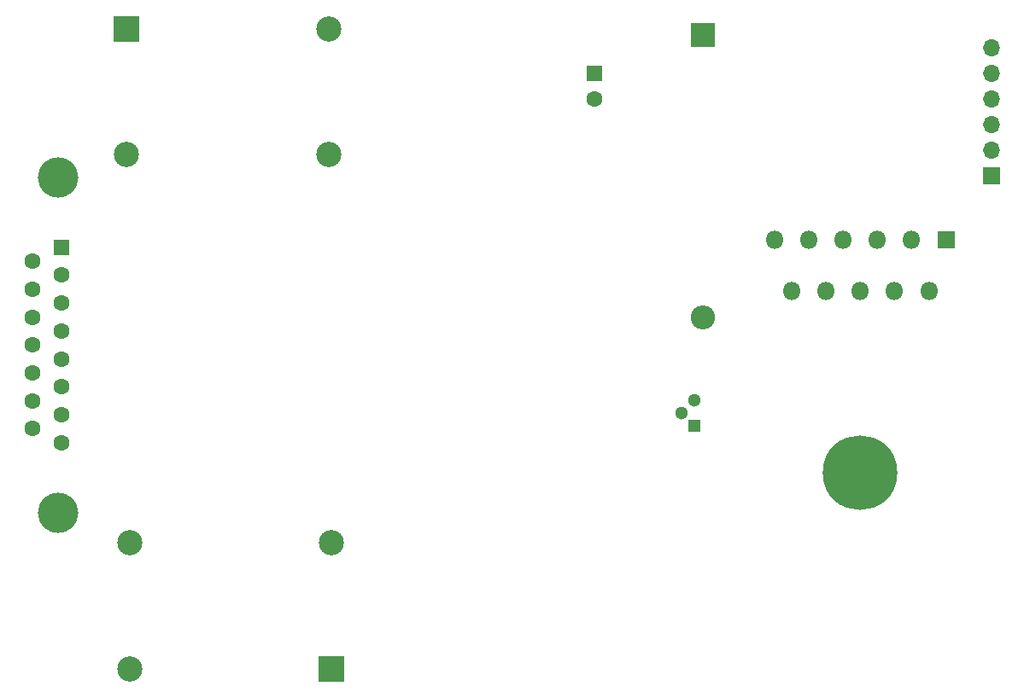
<source format=gbr>
G04 #@! TF.GenerationSoftware,KiCad,Pcbnew,(5.0.0-rc2-dev-444-g2974a2c10)*
G04 #@! TF.CreationDate,2018-05-07T15:04:31+02:00*
G04 #@! TF.ProjectId,TrackAmplifier,547261636B416D706C69666965722E6B,rev?*
G04 #@! TF.SameCoordinates,Original*
G04 #@! TF.FileFunction,Copper,L2,Bot,Signal*
G04 #@! TF.FilePolarity,Positive*
%FSLAX46Y46*%
G04 Gerber Fmt 4.6, Leading zero omitted, Abs format (unit mm)*
G04 Created by KiCad (PCBNEW (5.0.0-rc2-dev-444-g2974a2c10)) date 05/07/18 15:04:31*
%MOMM*%
%LPD*%
G01*
G04 APERTURE LIST*
%ADD10R,1.600000X1.600000*%
%ADD11C,1.600000*%
%ADD12C,4.000000*%
%ADD13C,2.500000*%
%ADD14R,2.500000X2.500000*%
%ADD15R,2.400000X2.400000*%
%ADD16O,2.400000X2.400000*%
%ADD17C,1.300000*%
%ADD18R,1.300000X1.300000*%
%ADD19C,7.400000*%
%ADD20C,0.800000*%
%ADD21R,1.800000X1.800000*%
%ADD22O,1.800000X1.800000*%
%ADD23R,1.700000X1.700000*%
%ADD24O,1.700000X1.700000*%
G04 APERTURE END LIST*
D10*
X110960000Y-57770000D03*
D11*
X110960000Y-60270000D03*
D10*
X58100000Y-75000000D03*
D11*
X58100000Y-77770000D03*
X58100000Y-80540000D03*
X58100000Y-83310000D03*
X58100000Y-86080000D03*
X58100000Y-88850000D03*
X58100000Y-91620000D03*
X58100000Y-94390000D03*
X55260000Y-76385000D03*
X55260000Y-79155000D03*
X55260000Y-81925000D03*
X55260000Y-84695000D03*
X55260000Y-87465000D03*
X55260000Y-90235000D03*
X55260000Y-93005000D03*
D12*
X57800000Y-68045000D03*
X57800000Y-101345000D03*
D13*
X64925000Y-104325000D03*
X84925000Y-104325000D03*
X64925000Y-116825000D03*
D14*
X84925000Y-116825000D03*
D15*
X121755000Y-53960000D03*
D16*
X121755000Y-81960000D03*
D17*
X119596000Y-91425000D03*
X120866000Y-90155000D03*
D18*
X120866000Y-92695000D03*
D13*
X84605000Y-65825000D03*
X64605000Y-65825000D03*
X84605000Y-53325000D03*
D14*
X64605000Y-53325000D03*
D19*
X137317013Y-97367015D03*
D20*
X134542013Y-97367015D03*
X135354792Y-95404794D03*
X137317013Y-94592015D03*
X139279234Y-95404794D03*
X140092013Y-97367015D03*
X139279234Y-99329236D03*
X137317013Y-100142015D03*
X135354792Y-99329236D03*
D21*
X145817013Y-74280000D03*
D22*
X144117013Y-79360000D03*
X142417013Y-74280000D03*
X140717013Y-79360000D03*
X139017013Y-74280000D03*
X137317013Y-79360000D03*
X135617013Y-74280000D03*
X133917013Y-79360000D03*
X132217013Y-74280000D03*
X130517013Y-79360000D03*
X128817013Y-74280000D03*
D23*
X150330000Y-67930000D03*
D24*
X150330000Y-65390000D03*
X150330000Y-62850000D03*
X150330000Y-60310000D03*
X150330000Y-57770000D03*
X150330000Y-55230000D03*
M02*

</source>
